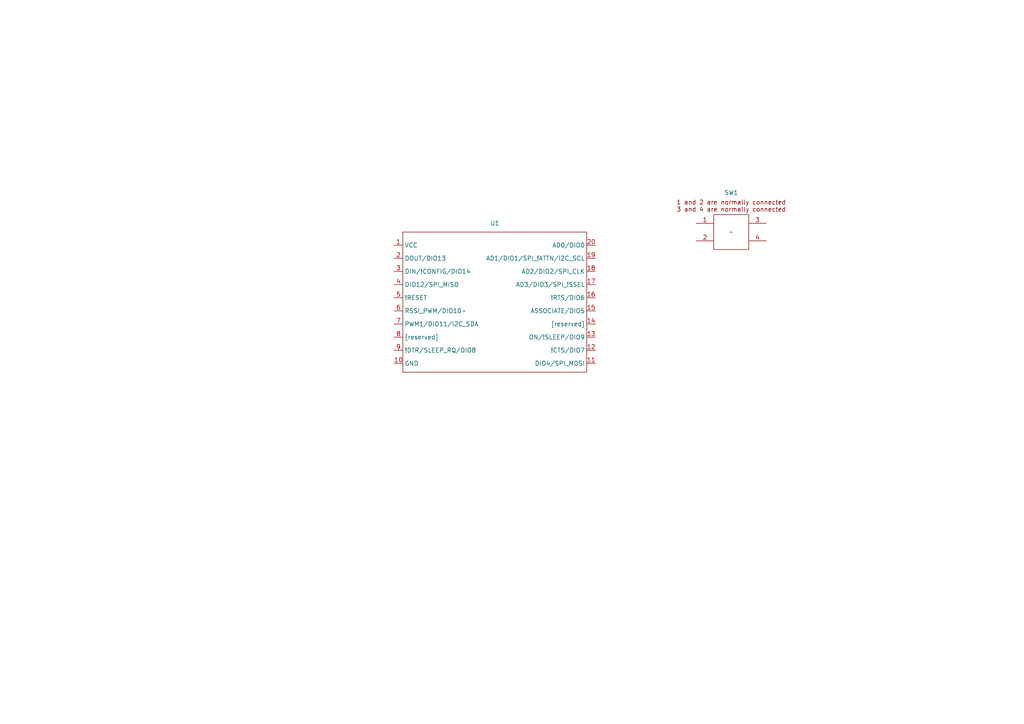
<source format=kicad_sch>
(kicad_sch (version 20230121) (generator eeschema)
  (paper "A4")
  (lib_symbols
    (symbol "XA1E-BV302-R:XA1E-BV302-R"
      (property "Reference" "SW" (at 0 10.16 0))
      (symbol "XA1E-BV302-R_0_1"
        (rectangle (start -5.08 5.08) (end 5.08 -5.08))
      )
      (symbol "XA1E-BV302-R_1_1"
        (text "1 and 2 are normally connected\n3 and 4 are normally connected" (at 0 7.62 0) (effects (font (size 1.27 1.27))))
        (pin passive line (at -10.16 2.54 0) (length 5.08) (name "") (number "1"))
        (pin passive line (at -10.16 -2.54 0) (length 5.08) (name "") (number "2"))
        (pin passive line (at 10.16 2.54 180) (length 5.08) (name "") (number "3"))
        (pin passive line (at 10.16 -2.54 180) (length 5.08) (name "") (number "4"))
      )
    )
    (symbol "XB3-24AST-J:XB3-24AST-J"
      (property "Reference" "U" (at -8.89 -2.54 0))
      (symbol "XB3-24AST-J_0_1"
        (rectangle (start -26.67 20.32) (end 26.67 -20.32))
      )
      (symbol "XB3-24AST-J_1_1"
        (pin input line (at -29.21 16.51 0) (length 2.54) (name "VCC") (number "1"))
        (pin input line (at -29.21 -17.78 0) (length 2.54) (name "GND") (number "10"))
        (pin input line (at 29.21 -17.78 180) (length 2.54) (name "DIO4/SPI_MOSI") (number "11"))
        (pin input line (at 29.21 -13.97 180) (length 2.54) (name "!CTS/DIO7") (number "12"))
        (pin input line (at 29.21 -10.16 180) (length 2.54) (name "ON/!SLEEP/DIO9") (number "13"))
        (pin input line (at 29.21 -6.35 180) (length 2.54) (name "[reserved]") (number "14"))
        (pin input line (at 29.21 -2.54 180) (length 2.54) (name "ASSOCIATE/DIO5") (number "15"))
        (pin input line (at 29.21 1.27 180) (length 2.54) (name "!RTS/DIO6") (number "16"))
        (pin input line (at 29.21 5.08 180) (length 2.54) (name "AD3/DIO3/SPI_!SSEL") (number "17"))
        (pin input line (at 29.21 8.89 180) (length 2.54) (name "AD2/DIO2/SPI_CLK") (number "18"))
        (pin input line (at 29.21 12.7 180) (length 2.54) (name "AD1/DIO1/SPI_!ATTN/I2C_SCL") (number "19"))
        (pin input line (at -29.21 12.7 0) (length 2.54) (name "DOUT/DIO13") (number "2"))
        (pin input line (at 29.21 16.51 180) (length 2.54) (name "AD0/DIO0") (number "20"))
        (pin input line (at -29.21 8.89 0) (length 2.54) (name "DIN/!CONFIG/DIO14") (number "3"))
        (pin input line (at -29.21 5.08 0) (length 2.54) (name "DIO12/SPI_MISO") (number "4"))
        (pin input line (at -29.21 1.27 0) (length 2.54) (name "!RESET") (number "5"))
        (pin input line (at -29.21 -2.54 0) (length 2.54) (name "RSSI_PWM/DIO10") (number "6"))
        (pin input line (at -29.21 -6.35 0) (length 2.54) (name "PWM1/DIO11/I2C_SDA") (number "7"))
        (pin input line (at -29.21 -10.16 0) (length 2.54) (name "[reserved]") (number "8"))
        (pin input line (at -29.21 -13.97 0) (length 2.54) (name "!DTR/SLEEP_RQ/DIO8") (number "9"))
      )
    )
  )
  (symbol (lib_id "XA1E-BV302-R:XA1E-BV302-R") (at 212.09 67.31 0) (unit 1)
    (property "Reference" "SW1" (at 212.09 55.88 0))
    (property "Value" "~" (at 212.09 67.31 0))
    (property "Footprint" "XA1E-BV302-R:XA1E-BV302-R" (effects hide))
  )
  (symbol (lib_id "XB3-24AST-J:XB3-24AST-J") (at 143.51 87.63 0) (unit 1)
    (property "Reference" "U1" (at 143.51 64.77 0))
    (property "Value" "~" (at 134.62 90.17 0))
    (property "Footprint" "XB3-24AST-J:XB3-24AST-J" (effects hide))
  )
)
</source>
